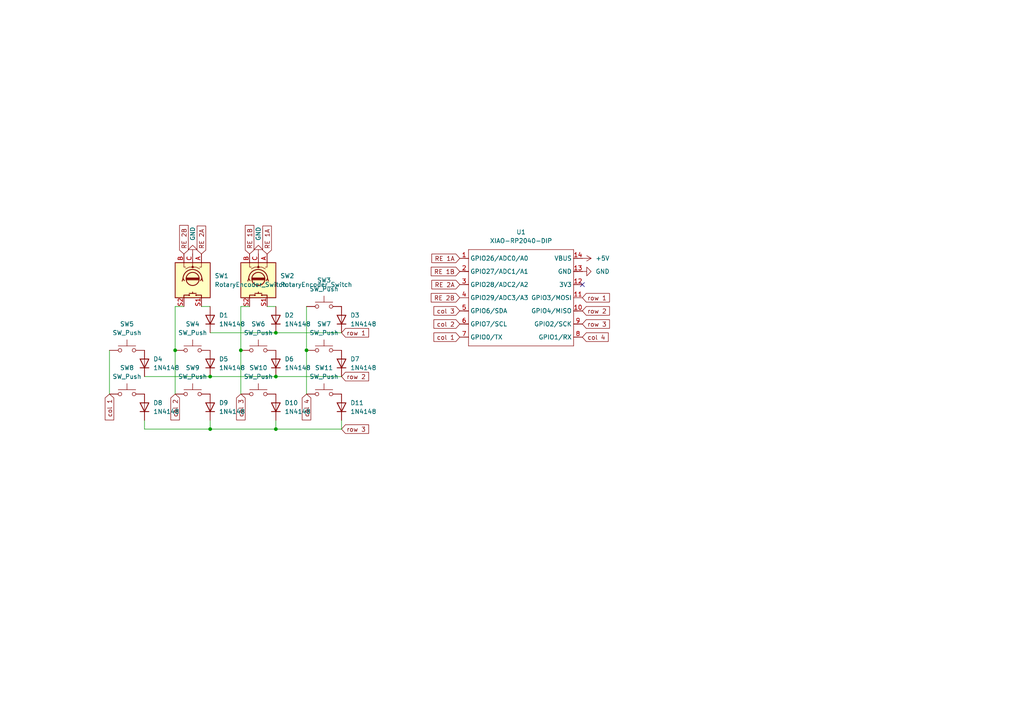
<source format=kicad_sch>
(kicad_sch (version 20250114) (generator "eeschema") (generator_version "9.0")
  (paper "A4")
  (lib_symbols
    (symbol "Device:RotaryEncoder_Switch" (pin_names (offset 0.254) (hide yes))
      (property "Reference" "SW" (at 0 6.604 0))
      (property "Value" "RotaryEncoder_Switch" (at 0 -6.604 0))
      (symbol "RotaryEncoder_Switch_0_1"
        (rectangle (start -5.08 5.08) (end 5.08 -5.08) (stroke (width 0.254)) (fill (type background)))
        (polyline (pts (xy -5.08 2.54) (xy -3.81 2.54) (xy -3.81 2.032)))
        (polyline (pts (xy -5.08 0) (xy -3.81 0) (xy -3.81 -1.016) (xy -3.302 -2.032)))
        (polyline (pts (xy -5.08 -2.54) (xy -3.81 -2.54) (xy -3.81 -2.032)))
        (polyline (pts (xy -4.318 0) (xy -3.81 0) (xy -3.81 1.016) (xy -3.302 2.032)))
        (circle (center -3.81 0) (radius 0.254) (fill (type outline)))
        (polyline (pts (xy -0.635 -1.778) (xy -0.635 1.778)) (stroke (width 0.254)))
        (circle (center -0.381 0) (radius 1.905) (stroke (width 0.254)))
        (polyline (pts (xy -0.381 -1.778) (xy -0.381 1.778)) (stroke (width 0.254)))
        (arc (start -0.381 -2.794) (mid -3.0988 -0.0635) (end -0.381 2.667) (stroke (width 0.254)))
        (polyline (pts (xy -0.127 1.778) (xy -0.127 -1.778)) (stroke (width 0.254)))
        (polyline (pts (xy 0.254 2.921) (xy -0.508 2.667) (xy 0.127 2.286)) (stroke (width 0.254)))
        (polyline (pts (xy 0.254 -3.048) (xy -0.508 -2.794) (xy 0.127 -2.413)) (stroke (width 0.254)))
        (polyline (pts (xy 3.81 1.016) (xy 3.81 -1.016)) (stroke (width 0.254)))
        (polyline (pts (xy 3.81 0) (xy 3.429 0)) (stroke (width 0.254)))
        (circle (center 4.318 1.016) (radius 0.127) (stroke (width 0.254)))
        (circle (center 4.318 -1.016) (radius 0.127) (stroke (width 0.254)))
        (polyline (pts (xy 5.08 2.54) (xy 4.318 2.54) (xy 4.318 1.016)) (stroke (width 0.254)))
        (polyline (pts (xy 5.08 -2.54) (xy 4.318 -2.54) (xy 4.318 -1.016)) (stroke (width 0.254)))
      )
      (symbol "RotaryEncoder_Switch_1_1"
        (pin passive line (at -7.62 2.54 0) (length 2.54) (name "A") (number "A"))
        (pin passive line (at -7.62 0 0) (length 2.54) (name "C") (number "C"))
        (pin passive line (at -7.62 -2.54 0) (length 2.54) (name "B") (number "B"))
        (pin passive line (at 7.62 2.54 180) (length 2.54) (name "S1") (number "S1"))
        (pin passive line (at 7.62 -2.54 180) (length 2.54) (name "S2") (number "S2"))
      )
    )
    (symbol "Diode:1N4148" (pin_numbers (hide yes)) (pin_names (hide yes))
      (property "Reference" "D" (at 0 2.54 0))
      (property "Value" "1N4148" (at 0 -2.54 0))
      (symbol "1N4148_0_1"
        (polyline (pts (xy -1.27 1.27) (xy -1.27 -1.27)) (stroke (width 0.254)))
        (polyline (pts (xy 1.27 1.27) (xy 1.27 -1.27) (xy -1.27 0) (xy 1.27 1.27)) (stroke (width 0.254)))
        (polyline (pts (xy 1.27 0) (xy -1.27 0)))
      )
      (symbol "1N4148_1_1"
        (pin passive line (at -3.81 0 0) (length 2.54) (name "K") (number "1"))
        (pin passive line (at 3.81 0 180) (length 2.54) (name "A") (number "2"))
      )
    )
    (symbol "OPL:XIAO-RP2040-DIP"
      (property "Reference" "U" (at 0 0 0))
      (property "Value" "XIAO-RP2040-DIP" (at 5.334 -1.778 0))
      (symbol "XIAO-RP2040-DIP_1_0"
        (polyline (pts (xy -1.27 -2.54) (xy 29.21 -2.54)) (stroke (width 0.1524)))
        (polyline (pts (xy -1.27 -5.08) (xy -2.54 -5.08)) (stroke (width 0.1524)))
        (polyline (pts (xy -1.27 -5.08) (xy -1.27 -2.54)) (stroke (width 0.1524)))
        (polyline (pts (xy -1.27 -8.89) (xy -2.54 -8.89)) (stroke (width 0.1524)))
        (polyline (pts (xy -1.27 -8.89) (xy -1.27 -5.08)) (stroke (width 0.1524)))
        (polyline (pts (xy -1.27 -12.7) (xy -2.54 -12.7)) (stroke (width 0.1524)))
        (polyline (pts (xy -1.27 -12.7) (xy -1.27 -8.89)) (stroke (width 0.1524)))
        (polyline (pts (xy -1.27 -16.51) (xy -2.54 -16.51)) (stroke (width 0.1524)))
        (polyline (pts (xy -1.27 -16.51) (xy -1.27 -12.7)) (stroke (width 0.1524)))
        (polyline (pts (xy -1.27 -20.32) (xy -2.54 -20.32)) (stroke (width 0.1524)))
        (polyline (pts (xy -1.27 -24.13) (xy -2.54 -24.13)) (stroke (width 0.1524)))
        (polyline (pts (xy -1.27 -27.94) (xy -2.54 -27.94)) (stroke (width 0.1524)))
        (polyline (pts (xy -1.27 -30.48) (xy -1.27 -16.51)) (stroke (width 0.1524)))
        (polyline (pts (xy 29.21 -2.54) (xy 29.21 -5.08)) (stroke (width 0.1524)))
        (polyline (pts (xy 29.21 -5.08) (xy 29.21 -8.89)) (stroke (width 0.1524)))
        (polyline (pts (xy 29.21 -8.89) (xy 29.21 -12.7)) (stroke (width 0.1524)))
        (polyline (pts (xy 29.21 -12.7) (xy 29.21 -30.48)) (stroke (width 0.1524)))
        (polyline (pts (xy 29.21 -30.48) (xy -1.27 -30.48)) (stroke (width 0.1524)))
        (polyline (pts (xy 30.48 -5.08) (xy 29.21 -5.08)) (stroke (width 0.1524)))
        (polyline (pts (xy 30.48 -8.89) (xy 29.21 -8.89)) (stroke (width 0.1524)))
        (polyline (pts (xy 30.48 -12.7) (xy 29.21 -12.7)) (stroke (width 0.1524)))
        (polyline (pts (xy 30.48 -16.51) (xy 29.21 -16.51)) (stroke (width 0.1524)))
        (polyline (pts (xy 30.48 -20.32) (xy 29.21 -20.32)) (stroke (width 0.1524)))
        (polyline (pts (xy 30.48 -24.13) (xy 29.21 -24.13)) (stroke (width 0.1524)))
        (polyline (pts (xy 30.48 -27.94) (xy 29.21 -27.94)) (stroke (width 0.1524)))
        (pin passive line (at -3.81 -5.08 0) (length 2.54) (name "GPIO26/ADC0/A0") (number "1"))
        (pin passive line (at -3.81 -8.89 0) (length 2.54) (name "GPIO27/ADC1/A1") (number "2"))
        (pin passive line (at -3.81 -12.7 0) (length 2.54) (name "GPIO28/ADC2/A2") (number "3"))
        (pin passive line (at -3.81 -16.51 0) (length 2.54) (name "GPIO29/ADC3/A3") (number "4"))
        (pin passive line (at -3.81 -20.32 0) (length 2.54) (name "GPIO6/SDA") (number "5"))
        (pin passive line (at -3.81 -24.13 0) (length 2.54) (name "GPIO7/SCL") (number "6"))
        (pin passive line (at -3.81 -27.94 0) (length 2.54) (name "GPIO0/TX") (number "7"))
        (pin passive line (at 31.75 -5.08 180) (length 2.54) (name "VBUS") (number "14"))
        (pin passive line (at 31.75 -8.89 180) (length 2.54) (name "GND") (number "13"))
        (pin passive line (at 31.75 -12.7 180) (length 2.54) (name "3V3") (number "12"))
        (pin passive line (at 31.75 -16.51 180) (length 2.54) (name "GPIO3/MOSI") (number "11"))
        (pin passive line (at 31.75 -20.32 180) (length 2.54) (name "GPIO4/MISO") (number "10"))
        (pin passive line (at 31.75 -24.13 180) (length 2.54) (name "GPIO2/SCK") (number "9"))
        (pin passive line (at 31.75 -27.94 180) (length 2.54) (name "GPIO1/RX") (number "8"))
      )
    )
    (symbol "Switch:SW_Push" (pin_numbers (hide yes)) (pin_names (offset 1.016) (hide yes))
      (property "Reference" "SW" (at 1.27 2.54 0))
      (property "Value" "SW_Push" (at 0 -1.524 0))
      (symbol "SW_Push_0_1"
        (circle (center -2.032 0) (radius 0.508))
        (polyline (pts (xy 0 1.27) (xy 0 3.048)))
        (circle (center 2.032 0) (radius 0.508))
        (polyline (pts (xy 2.54 1.27) (xy -2.54 1.27)))
        (pin passive line (at -5.08 0 0) (length 2.54) (name "1") (number "1"))
        (pin passive line (at 5.08 0 180) (length 2.54) (name "2") (number "2"))
      )
    )
    (symbol "power:+5V" (power) (pin_numbers (hide yes)) (pin_names (offset 0) (hide yes))
      (property "Value" "+5V" (at 0 3.556 0))
      (symbol "+5V_0_1"
        (polyline (pts (xy -0.762 1.27) (xy 0 2.54)))
        (polyline (pts (xy 0 2.54) (xy 0.762 1.27)))
        (polyline (pts (xy 0 0) (xy 0 2.54)))
      )
      (symbol "+5V_1_1"
        (pin power_in line (at 0 0 90) (length 0) (name "~") (number "1"))
      )
    )
    (symbol "power:GND" (power) (pin_numbers (hide yes)) (pin_names (offset 0) (hide yes))
      (property "Value" "GND" (at 0 -3.81 0))
      (symbol "GND_0_1"
        (polyline (pts (xy 0 0) (xy 0 -1.27) (xy 1.27 -1.27) (xy 0 -2.54) (xy -1.27 -1.27) (xy 0 -1.27)))
      )
      (symbol "GND_1_1"
        (pin power_in line (at 0 0 270) (length 0) (name "~") (number "1"))
      )
    )
  )
  (junction (at 80.01 124.46))
  (junction (at 50.8 101.6))
  (junction (at 60.96 109.22))
  (junction (at 80.01 96.52))
  (junction (at 88.9 101.6))
  (junction (at 80.01 109.22))
  (junction (at 60.96 124.46))
  (junction (at 69.85 101.6))
  (no_connect (at 168.91 82.55))
  (wire (pts (xy 58.42 88.9) (xy 60.96 88.9)))
  (wire (pts (xy 41.91 124.46) (xy 41.91 121.92)))
  (wire (pts (xy 53.34 88.9) (xy 50.8 88.9)))
  (wire (pts (xy 77.47 88.9) (xy 80.01 88.9)))
  (wire (pts (xy 50.8 101.6) (xy 50.8 114.3)))
  (wire (pts (xy 60.96 109.22) (xy 80.01 109.22)))
  (wire (pts (xy 69.85 101.6) (xy 69.85 114.3)))
  (wire (pts (xy 69.85 88.9) (xy 69.85 101.6)))
  (wire (pts (xy 60.96 96.52) (xy 80.01 96.52)))
  (wire (pts (xy 72.39 88.9) (xy 69.85 88.9)))
  (wire (pts (xy 60.96 124.46) (xy 80.01 124.46)))
  (wire (pts (xy 80.01 109.22) (xy 99.06 109.22)))
  (wire (pts (xy 80.01 124.46) (xy 99.06 124.46)))
  (wire (pts (xy 99.06 124.46) (xy 99.06 121.92)))
  (wire (pts (xy 41.91 109.22) (xy 60.96 109.22)))
  (wire (pts (xy 41.91 124.46) (xy 60.96 124.46)))
  (wire (pts (xy 80.01 96.52) (xy 99.06 96.52)))
  (wire (pts (xy 31.75 101.6) (xy 31.75 114.3)))
  (wire (pts (xy 60.96 124.46) (xy 60.96 121.92)))
  (wire (pts (xy 50.8 88.9) (xy 50.8 101.6)))
  (wire (pts (xy 80.01 124.46) (xy 80.01 121.92)))
  (wire (pts (xy 88.9 101.6) (xy 88.9 114.3)))
  (wire (pts (xy 88.9 88.9) (xy 88.9 101.6)))
  (global_label "col 3" (shape input) (at 133.35 90.17 180) (property "Intersheetrefs" "${INTERSHEET_REFS}" (effects (hide yes))))
  (global_label "row 3" (shape input) (at 168.91 93.98 0) (property "Intersheetrefs" "${INTERSHEET_REFS}" (effects (hide yes))))
  (global_label "row 2" (shape input) (at 168.91 90.17 0) (property "Intersheetrefs" "${INTERSHEET_REFS}" (effects (hide yes))))
  (global_label "col 2" (shape input) (at 133.35 93.98 180) (property "Intersheetrefs" "${INTERSHEET_REFS}" (effects (hide yes))))
  (global_label "RE 2A" (shape input) (at 133.35 82.55 180) (property "Intersheetrefs" "${INTERSHEET_REFS}" (effects (hide yes))))
  (global_label "RE 1B" (shape input) (at 72.39 73.66 90) (property "Intersheetrefs" "${INTERSHEET_REFS}" (effects (hide yes))))
  (global_label "row 1" (shape input) (at 168.91 86.36 0) (property "Intersheetrefs" "${INTERSHEET_REFS}" (effects (hide yes))))
  (global_label "RE 2A" (shape input) (at 58.42 73.66 90) (property "Intersheetrefs" "${INTERSHEET_REFS}" (effects (hide yes))))
  (global_label "RE 2B" (shape input) (at 53.34 73.66 90) (property "Intersheetrefs" "${INTERSHEET_REFS}" (effects (hide yes))))
  (global_label "col 1" (shape input) (at 133.35 97.79 180) (property "Intersheetrefs" "${INTERSHEET_REFS}" (effects (hide yes))))
  (global_label "RE 1A" (shape input) (at 77.47 73.66 90) (property "Intersheetrefs" "${INTERSHEET_REFS}" (effects (hide yes))))
  (global_label "col 1" (shape input) (at 31.75 114.3 270) (property "Intersheetrefs" "${INTERSHEET_REFS}" (effects (hide yes))))
  (global_label "RE 1A" (shape input) (at 133.35 74.93 180) (property "Intersheetrefs" "${INTERSHEET_REFS}" (effects (hide yes))))
  (global_label "RE 2B" (shape input) (at 133.35 86.36 180) (property "Intersheetrefs" "${INTERSHEET_REFS}" (effects (hide yes))))
  (global_label "col 4" (shape input) (at 88.9 114.3 270) (property "Intersheetrefs" "${INTERSHEET_REFS}" (effects (hide yes))))
  (global_label "RE 1B" (shape input) (at 133.35 78.74 180) (property "Intersheetrefs" "${INTERSHEET_REFS}" (effects (hide yes))))
  (global_label "row 1" (shape input) (at 99.06 96.52 0) (property "Intersheetrefs" "${INTERSHEET_REFS}" (effects (hide yes))))
  (global_label "col 3" (shape input) (at 69.85 114.3 270) (property "Intersheetrefs" "${INTERSHEET_REFS}" (effects (hide yes))))
  (global_label "col 2" (shape input) (at 50.8 114.3 270) (property "Intersheetrefs" "${INTERSHEET_REFS}" (effects (hide yes))))
  (global_label "col 4" (shape input) (at 168.91 97.79 0) (property "Intersheetrefs" "${INTERSHEET_REFS}" (effects (hide yes))))
  (global_label "row 3" (shape input) (at 99.06 124.46 0) (property "Intersheetrefs" "${INTERSHEET_REFS}" (effects (hide yes))))
  (global_label "row 2" (shape input) (at 99.06 109.22 0) (property "Intersheetrefs" "${INTERSHEET_REFS}" (effects (hide yes))))
  (symbol (lib_id "Diode:1N4148") (at 80.01 92.71 90) (unit 1)
    (property "Reference" "D2" (at 82.55 91.4399 90) (effects (justify right)))
    (property "Value" "1N4148" (at 82.55 93.9799 90) (effects (justify right)))
    (property "Footprint" "Diode_THT:D_DO-35_SOD27_P7.62mm_Horizontal" (effects (hide yes)))
    (property "Datasheet" "https://assets.nexperia.com/documents/data-sheet/1N4148_1N4448.pdf" (effects (hide yes)))
    (property "Description" "100V 0.15A standard switching diode, DO-35" (effects (hide yes)))
    (property "Sim.Device" "D" (effects (hide yes)))
    (property "Sim.Pins" "1=K 2=A" (effects (hide yes)))
  )
  (symbol (lib_id "Switch:SW_Push") (at 55.88 114.3 0) (unit 1)
    (property "Reference" "SW9" (at 55.88 106.68 0))
    (property "Value" "SW_Push" (at 55.88 109.22 0))
    (property "Footprint" "PCM_Switch_Keyboard_Cherry_MX:SW_Cherry_MX_PCB_1.00u" (effects (hide yes)))
    (property "Description" "Push button switch, generic, two pins" (effects (hide yes)))
  )
  (symbol (lib_id "Diode:1N4148") (at 80.01 105.41 90) (unit 1)
    (property "Reference" "D6" (at 82.55 104.1399 90) (effects (justify right)))
    (property "Value" "1N4148" (at 82.55 106.6799 90) (effects (justify right)))
    (property "Footprint" "Diode_THT:D_DO-35_SOD27_P7.62mm_Horizontal" (effects (hide yes)))
    (property "Datasheet" "https://assets.nexperia.com/documents/data-sheet/1N4148_1N4448.pdf" (effects (hide yes)))
    (property "Description" "100V 0.15A standard switching diode, DO-35" (effects (hide yes)))
    (property "Sim.Device" "D" (effects (hide yes)))
    (property "Sim.Pins" "1=K 2=A" (effects (hide yes)))
  )
  (symbol (lib_id "Switch:SW_Push") (at 93.98 101.6 0) (unit 1)
    (property "Reference" "SW7" (at 93.98 93.98 0))
    (property "Value" "SW_Push" (at 93.98 96.52 0))
    (property "Footprint" "PCM_Switch_Keyboard_Cherry_MX:SW_Cherry_MX_PCB_1.00u" (effects (hide yes)))
    (property "Description" "Push button switch, generic, two pins" (effects (hide yes)))
  )
  (symbol (lib_id "Diode:1N4148") (at 60.96 92.71 90) (unit 1)
    (property "Reference" "D1" (at 63.5 91.4399 90) (effects (justify right)))
    (property "Value" "1N4148" (at 63.5 93.9799 90) (effects (justify right)))
    (property "Footprint" "Diode_THT:D_DO-35_SOD27_P7.62mm_Horizontal" (effects (hide yes)))
    (property "Datasheet" "https://assets.nexperia.com/documents/data-sheet/1N4148_1N4448.pdf" (effects (hide yes)))
    (property "Description" "100V 0.15A standard switching diode, DO-35" (effects (hide yes)))
    (property "Sim.Device" "D" (effects (hide yes)))
    (property "Sim.Pins" "1=K 2=A" (effects (hide yes)))
  )
  (symbol (lib_id "Diode:1N4148") (at 99.06 105.41 90) (unit 1)
    (property "Reference" "D7" (at 101.6 104.1399 90) (effects (justify right)))
    (property "Value" "1N4148" (at 101.6 106.6799 90) (effects (justify right)))
    (property "Footprint" "Diode_THT:D_DO-35_SOD27_P7.62mm_Horizontal" (effects (hide yes)))
    (property "Datasheet" "https://assets.nexperia.com/documents/data-sheet/1N4148_1N4448.pdf" (effects (hide yes)))
    (property "Description" "100V 0.15A standard switching diode, DO-35" (effects (hide yes)))
    (property "Sim.Device" "D" (effects (hide yes)))
    (property "Sim.Pins" "1=K 2=A" (effects (hide yes)))
  )
  (symbol (lib_id "Diode:1N4148") (at 99.06 118.11 90) (unit 1)
    (property "Reference" "D11" (at 101.6 116.8399 90) (effects (justify right)))
    (property "Value" "1N4148" (at 101.6 119.3799 90) (effects (justify right)))
    (property "Footprint" "Diode_THT:D_DO-35_SOD27_P7.62mm_Horizontal" (effects (hide yes)))
    (property "Datasheet" "https://assets.nexperia.com/documents/data-sheet/1N4148_1N4448.pdf" (effects (hide yes)))
    (property "Description" "100V 0.15A standard switching diode, DO-35" (effects (hide yes)))
    (property "Sim.Device" "D" (effects (hide yes)))
    (property "Sim.Pins" "1=K 2=A" (effects (hide yes)))
  )
  (symbol (lib_id "power:GND") (at 168.91 78.74 90) (unit 1)
    (property "Reference" "#PWR04" (effects (hide yes)))
    (property "Value" "GND" (at 172.72 78.7399 90) (effects (justify right)))
    (property "Description" "Power symbol creates a global label with name \"GND\" , ground" (effects (hide yes)))
  )
  (symbol (lib_id "OPL:XIAO-RP2040-DIP") (at 137.16 69.85 0) (unit 1)
    (property "Reference" "U1" (at 151.13 67.31 0))
    (property "Value" "XIAO-RP2040-DIP" (at 151.13 69.85 0))
    (property "Footprint" "OPL:XIAO-RP2040-DIP" (effects (hide yes)))
  )
  (symbol (lib_id "Switch:SW_Push") (at 93.98 88.9 0) (unit 1)
    (property "Reference" "SW3" (at 93.98 81.28 0))
    (property "Value" "SW_Push" (at 93.98 83.82 0))
    (property "Footprint" "PCM_Switch_Keyboard_Cherry_MX:SW_Cherry_MX_PCB_1.00u" (effects (hide yes)))
    (property "Description" "Push button switch, generic, two pins" (effects (hide yes)))
  )
  (symbol (lib_id "Switch:SW_Push") (at 74.93 114.3 0) (unit 1)
    (property "Reference" "SW10" (at 74.93 106.68 0))
    (property "Value" "SW_Push" (at 74.93 109.22 0))
    (property "Footprint" "PCM_Switch_Keyboard_Cherry_MX:SW_Cherry_MX_PCB_1.00u" (effects (hide yes)))
    (property "Description" "Push button switch, generic, two pins" (effects (hide yes)))
  )
  (symbol (lib_id "Switch:SW_Push") (at 36.83 101.6 0) (unit 1)
    (property "Reference" "SW5" (at 36.83 93.98 0))
    (property "Value" "SW_Push" (at 36.83 96.52 0))
    (property "Footprint" "PCM_Switch_Keyboard_Cherry_MX:SW_Cherry_MX_PCB_1.00u" (effects (hide yes)))
    (property "Description" "Push button switch, generic, two pins" (effects (hide yes)))
  )
  (symbol (lib_id "Diode:1N4148") (at 60.96 105.41 90) (unit 1)
    (property "Reference" "D5" (at 63.5 104.1399 90) (effects (justify right)))
    (property "Value" "1N4148" (at 63.5 106.6799 90) (effects (justify right)))
    (property "Footprint" "Diode_THT:D_DO-35_SOD27_P7.62mm_Horizontal" (effects (hide yes)))
    (property "Datasheet" "https://assets.nexperia.com/documents/data-sheet/1N4148_1N4448.pdf" (effects (hide yes)))
    (property "Description" "100V 0.15A standard switching diode, DO-35" (effects (hide yes)))
    (property "Sim.Device" "D" (effects (hide yes)))
    (property "Sim.Pins" "1=K 2=A" (effects (hide yes)))
  )
  (symbol (lib_id "Diode:1N4148") (at 99.06 92.71 90) (unit 1)
    (property "Reference" "D3" (at 101.6 91.4399 90) (effects (justify right)))
    (property "Value" "1N4148" (at 101.6 93.9799 90) (effects (justify right)))
    (property "Footprint" "Diode_THT:D_DO-35_SOD27_P7.62mm_Horizontal" (effects (hide yes)))
    (property "Datasheet" "https://assets.nexperia.com/documents/data-sheet/1N4148_1N4448.pdf" (effects (hide yes)))
    (property "Description" "100V 0.15A standard switching diode, DO-35" (effects (hide yes)))
    (property "Sim.Device" "D" (effects (hide yes)))
    (property "Sim.Pins" "1=K 2=A" (effects (hide yes)))
  )
  (symbol (lib_id "Diode:1N4148") (at 60.96 118.11 90) (unit 1)
    (property "Reference" "D9" (at 63.5 116.8399 90) (effects (justify right)))
    (property "Value" "1N4148" (at 63.5 119.3799 90) (effects (justify right)))
    (property "Footprint" "Diode_THT:D_DO-35_SOD27_P7.62mm_Horizontal" (effects (hide yes)))
    (property "Datasheet" "https://assets.nexperia.com/documents/data-sheet/1N4148_1N4448.pdf" (effects (hide yes)))
    (property "Description" "100V 0.15A standard switching diode, DO-35" (effects (hide yes)))
    (property "Sim.Device" "D" (effects (hide yes)))
    (property "Sim.Pins" "1=K 2=A" (effects (hide yes)))
  )
  (symbol (lib_id "Device:RotaryEncoder_Switch") (at 74.93 81.28 270) (unit 1)
    (property "Reference" "SW2" (at 81.28 80.0099 90) (effects (justify left)))
    (property "Value" "RotaryEncoder_Switch" (at 81.28 82.5499 90) (effects (justify left)))
    (property "Footprint" "Rotary_Encoder:RotaryEncoder_Alps_EC11E-Switch_Vertical_H20mm" (effects (hide yes)))
    (property "Description" "Rotary encoder, dual channel, incremental quadrate outputs, with switch" (effects (hide yes)))
  )
  (symbol (lib_id "Switch:SW_Push") (at 36.83 114.3 0) (unit 1)
    (property "Reference" "SW8" (at 36.83 106.68 0))
    (property "Value" "SW_Push" (at 36.83 109.22 0))
    (property "Footprint" "PCM_Switch_Keyboard_Cherry_MX:SW_Cherry_MX_PCB_1.00u" (effects (hide yes)))
    (property "Description" "Push button switch, generic, two pins" (effects (hide yes)))
  )
  (symbol (lib_id "power:GND") (at 74.93 73.66 180) (unit 1)
    (property "Reference" "#PWR01" (effects (hide yes)))
    (property "Value" "GND" (at 74.9299 69.85 90) (effects (justify right)))
    (property "Description" "Power symbol creates a global label with name \"GND\" , ground" (effects (hide yes)))
  )
  (symbol (lib_id "power:GND") (at 55.88 73.66 180) (unit 1)
    (property "Reference" "#PWR02" (effects (hide yes)))
    (property "Value" "GND" (at 55.8799 69.85 90) (effects (justify right)))
    (property "Description" "Power symbol creates a global label with name \"GND\" , ground" (effects (hide yes)))
  )
  (symbol (lib_id "Switch:SW_Push") (at 93.98 114.3 0) (unit 1)
    (property "Reference" "SW11" (at 93.98 106.68 0))
    (property "Value" "SW_Push" (at 93.98 109.22 0))
    (property "Footprint" "PCM_Switch_Keyboard_Cherry_MX:SW_Cherry_MX_PCB_1.00u" (effects (hide yes)))
    (property "Description" "Push button switch, generic, two pins" (effects (hide yes)))
  )
  (symbol (lib_id "Device:RotaryEncoder_Switch") (at 55.88 81.28 270) (unit 1)
    (property "Reference" "SW1" (at 62.23 80.0099 90) (effects (justify left)))
    (property "Value" "RotaryEncoder_Switch" (at 62.23 82.5499 90) (effects (justify left)))
    (property "Footprint" "Rotary_Encoder:RotaryEncoder_Alps_EC11E-Switch_Vertical_H20mm" (effects (hide yes)))
    (property "Description" "Rotary encoder, dual channel, incremental quadrate outputs, with switch" (effects (hide yes)))
  )
  (symbol (lib_id "Diode:1N4148") (at 80.01 118.11 90) (unit 1)
    (property "Reference" "D10" (at 82.55 116.8399 90) (effects (justify right)))
    (property "Value" "1N4148" (at 82.55 119.3799 90) (effects (justify right)))
    (property "Footprint" "Diode_THT:D_DO-35_SOD27_P7.62mm_Horizontal" (effects (hide yes)))
    (property "Datasheet" "https://assets.nexperia.com/documents/data-sheet/1N4148_1N4448.pdf" (effects (hide yes)))
    (property "Description" "100V 0.15A standard switching diode, DO-35" (effects (hide yes)))
    (property "Sim.Device" "D" (effects (hide yes)))
    (property "Sim.Pins" "1=K 2=A" (effects (hide yes)))
  )
  (symbol (lib_id "Diode:1N4148") (at 41.91 118.11 90) (unit 1)
    (property "Reference" "D8" (at 44.45 116.8399 90) (effects (justify right)))
    (property "Value" "1N4148" (at 44.45 119.3799 90) (effects (justify right)))
    (property "Footprint" "Diode_THT:D_DO-35_SOD27_P7.62mm_Horizontal" (effects (hide yes)))
    (property "Datasheet" "https://assets.nexperia.com/documents/data-sheet/1N4148_1N4448.pdf" (effects (hide yes)))
    (property "Description" "100V 0.15A standard switching diode, DO-35" (effects (hide yes)))
    (property "Sim.Device" "D" (effects (hide yes)))
    (property "Sim.Pins" "1=K 2=A" (effects (hide yes)))
  )
  (symbol (lib_id "Switch:SW_Push") (at 55.88 101.6 0) (unit 1)
    (property "Reference" "SW4" (at 55.88 93.98 0))
    (property "Value" "SW_Push" (at 55.88 96.52 0))
    (property "Footprint" "PCM_Switch_Keyboard_Cherry_MX:SW_Cherry_MX_PCB_1.00u" (effects (hide yes)))
    (property "Description" "Push button switch, generic, two pins" (effects (hide yes)))
  )
  (symbol (lib_id "Diode:1N4148") (at 41.91 105.41 90) (unit 1)
    (property "Reference" "D4" (at 44.45 104.1399 90) (effects (justify right)))
    (property "Value" "1N4148" (at 44.45 106.6799 90) (effects (justify right)))
    (property "Footprint" "Diode_THT:D_DO-35_SOD27_P7.62mm_Horizontal" (effects (hide yes)))
    (property "Datasheet" "https://assets.nexperia.com/documents/data-sheet/1N4148_1N4448.pdf" (effects (hide yes)))
    (property "Description" "100V 0.15A standard switching diode, DO-35" (effects (hide yes)))
    (property "Sim.Device" "D" (effects (hide yes)))
    (property "Sim.Pins" "1=K 2=A" (effects (hide yes)))
  )
  (symbol (lib_id "Switch:SW_Push") (at 74.93 101.6 0) (unit 1)
    (property "Reference" "SW6" (at 74.93 93.98 0))
    (property "Value" "SW_Push" (at 74.93 96.52 0))
    (property "Footprint" "PCM_Switch_Keyboard_Cherry_MX:SW_Cherry_MX_PCB_1.00u" (effects (hide yes)))
    (property "Description" "Push button switch, generic, two pins" (effects (hide yes)))
  )
  (symbol (lib_id "power:+5V") (at 168.91 74.93 270) (unit 1)
    (property "Reference" "#PWR03" (effects (hide yes)))
    (property "Value" "+5V" (at 172.72 74.9299 90) (effects (justify left)))
    (property "Description" "Power symbol creates a global label with name \"+5V\"" (effects (hide yes)))
  )
)
</source>
